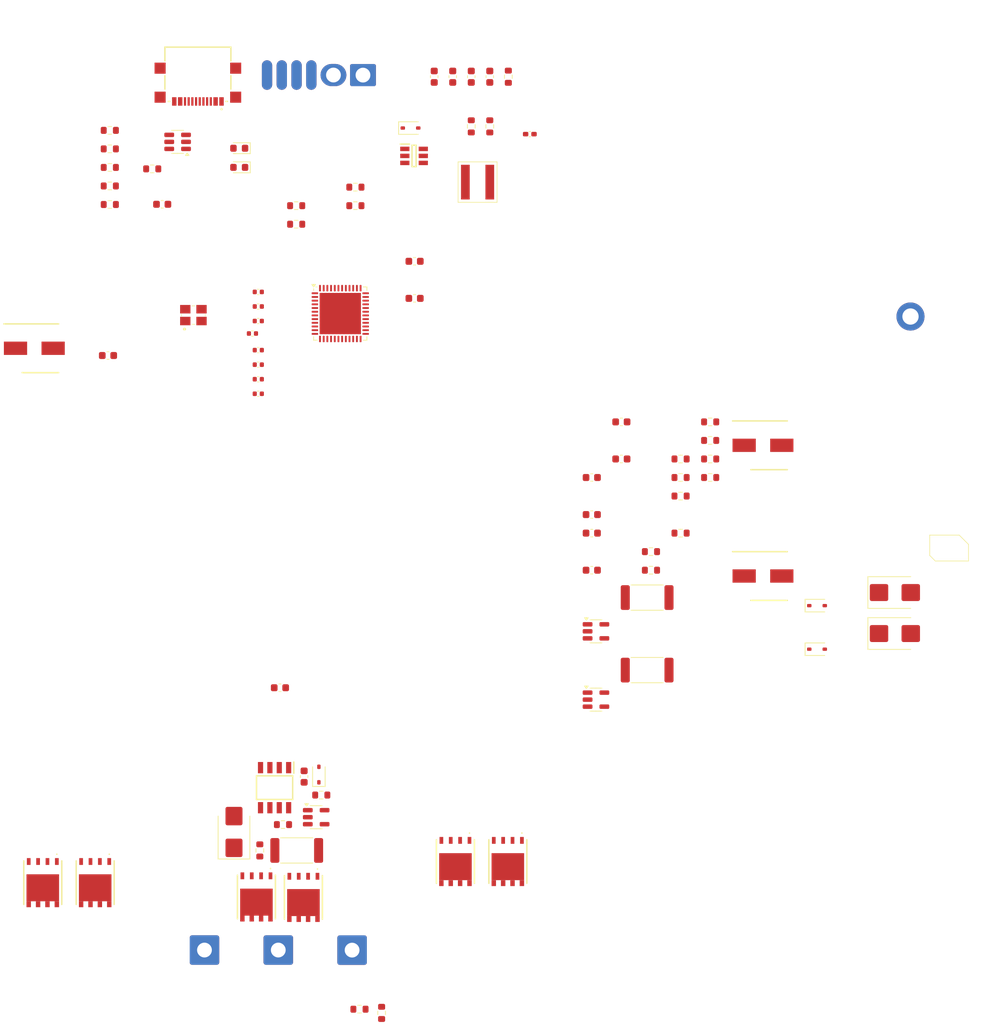
<source format=kicad_pcb>
(kicad_pcb (version 20241229) (generator "pcbnew") (generator_version "9.0")
  (layers (0 "F.Cu" signal) (2 "B.Cu" signal) (13 "F.Paste" user) (15 "B.Paste" user) (5 "F.SilkS" user "F.Silkscreen") (7 "B.SilkS" user "B.Silkscreen") (1 "F.Mask" user) (3 "B.Mask" user) (25 "Edge.Cuts" user))
  (net 0 "")
  (net 1 "GND")
  (net 2 "/V_Bat_raw")
  (net 3 "/Duty_in")
  (net 4 "/I2C1_CL")
  (net 5 "/I2C1_SDA")
  (net 6 "+3V3")
  (net 7 "Net-(C5-Pad1)")
  (net 8 "/Phase_A")
  (net 9 "/Phase_C")
  (net 10 "/Phase_B")
  (net 11 "/RCC_OSC_OUT")
  (net 12 "/RCC_OSC_IN")
  (net 13 "V_Bat")
  (net 14 "/VB_A")
  (net 15 "Net-(IC1-VS)")
  (net 16 "Net-(IC2-VS)")
  (net 17 "/VB_B")
  (net 18 "/VB_C")
  (net 19 "Net-(IC3-VS)")
  (net 20 "/VISENSE_A")
  (net 21 "/VISENSE_B")
  (net 22 "/VISENSE_C")
  (net 23 "/SW")
  (net 24 "/CB")
  (net 25 "/OUT_buck")
  (net 26 "Net-(SW1-A)")
  (net 27 "Net-(SW2-A)")
  (net 28 "Net-(D1-K)")
  (net 29 "Net-(D2-K)")
  (net 30 "+5V_USB")
  (net 31 "Net-(IC1-LO)")
  (net 32 "Net-(IC1-HO)")
  (net 33 "/Hi_A")
  (net 34 "/LO_A")
  (net 35 "/LO_B")
  (net 36 "Net-(IC2-HO)")
  (net 37 "Net-(IC2-LO)")
  (net 38 "/Hi_B")
  (net 39 "Net-(IC3-LO)")
  (net 40 "/HI_C")
  (net 41 "Net-(IC3-HO)")
  (net 42 "/LO_C")
  (net 43 "/FB")
  (net 44 "Net-(J1-D--PadA7)")
  (net 45 "Net-(J1-CC2)")
  (net 46 "Net-(J1-D+-PadA6)")
  (net 47 "Net-(J1-CC1)")
  (net 48 "/pGate_A")
  (net 49 "Net-(Q1-S)")
  (net 50 "/nGate_A")
  (net 51 "/nGate_B")
  (net 52 "Net-(Q4-S)")
  (net 53 "/pGate_B")
  (net 54 "/nGate_C")
  (net 55 "Net-(Q6-S)")
  (net 56 "/pGate_C")
  (net 57 "/V_Bat_Div")
  (net 58 "Net-(R18-Pad2)")
  (net 59 "Net-(R19-Pad2)")
  (net 60 "Net-(R20-Pad2)")
  (net 61 "/VV_SENSE_B")
  (net 62 "/VV_SENSE_C")
  (net 63 "/VV_SENSE_A")
  (net 64 "/USB_D-")
  (net 71 "/SWCLK")
  (net 72 "/SWDIO")
  (net 76 "/USB_D+")
  (footprint "Resistor_SMD:R_2512_6332Metric" (layer "F.Cu") (at 51.5 128.5)
    (property "Reference" "R16" (hide yes))
    (property "Value" "2mOhm")
    (pad "1" smd roundrect (at -2.9625 0) (size 1.225 3.35) (layers "F.Cu" "F.Mask" "F.Paste") (roundrect_rratio 0.204082) (net 52 "Net-(Q4-S)"))
    (pad "2" smd roundrect (at 2.9625 0) (size 1.225 3.35) (layers "F.Cu" "F.Mask" "F.Paste") (roundrect_rratio 0.204082) (net 1 "GND"))
  )
  (footprint "Capacitor_SMD:C_0603_1608Metric" (layer "F.Cu") (at 70.125 23.725 90)
    (property "Reference" "C24" (hide yes))
    (property "Value" "2.2u / 2xV_bat")
    (pad "1" smd roundrect (at -0.775 0 90) (size 0.9 0.95) (layers "F.Cu" "F.Mask" "F.Paste") (net 1 "GND"))
    (pad "2" smd roundrect (at 0.775 0 90) (size 0.9 0.95) (layers "F.Cu" "F.Mask" "F.Paste") (net 13 "V_Bat"))
  )
  (footprint "ESC_footrpints:ABM8W480000MHZ6D1XT3" (layer "F.Cu") (at 37.5 56.322)
    (property "Reference" "Y1" (hide yes))
    (property "Value" "Crystal_GND24_Small" (hide yes))
    (pad "1" smd rect (at -1.1 0.488 90) (size 1.15 1.4) (layers "F.Cu" "F.Mask" "F.Paste") (net 12 "/RCC_OSC_IN"))
    (pad "2" smd rect (at 1.1 0.488 90) (size 1.15 1.4) (layers "F.Cu" "F.Mask" "F.Paste") (net 1 "GND"))
    (pad "3" smd rect (at 1.1 -1.113 90) (size 1.15 1.4) (layers "F.Cu" "F.Mask" "F.Paste") (net 11 "/RCC_OSC_OUT"))
    (pad "4" smd rect (at -1.1 -1.113 90) (size 1.15 1.4) (layers "F.Cu" "F.Mask" "F.Paste") (net 1 "GND"))
  )
  (footprint "Resistor_SMD:R_0603_1608Metric" (layer "F.Cu") (at 26.175 30.99 180)
    (property "Reference" "R6" (hide yes))
    (property "Value" "1k")
    (pad "1" smd roundrect (at -0.825 0 180) (size 0.8 0.95) (layers "F.Cu" "F.Mask" "F.Paste") (net 1 "GND"))
    (pad "2" smd roundrect (at 0.825 0 180) (size 0.8 0.95) (layers "F.Cu" "F.Mask" "F.Paste") (net 29 "Net-(D2-K)"))
  )
  (footprint "ESC_footrpints:BSC054N04NSGATMA1" (layer "F.Cu") (at 73 130 180)
    (property "Reference" "Q2" (hide yes))
    (property "Value" "N-MOS IRFH8318TRPBF" (hide yes))
    (pad "1" smd rect (at -1.905 2.863 180) (size 0.5 0.925) (layers "F.Cu" "F.Mask" "F.Paste") (net 8 "/Phase_A"))
    (pad "1" smd rect (at -0.635 2.863 180) (size 0.5 0.925) (layers "F.Cu" "F.Mask" "F.Paste") (net 8 "/Phase_A"))
    (pad "1" smd rect (at 0.635 2.863 180) (size 0.5 0.925) (layers "F.Cu" "F.Mask" "F.Paste") (net 8 "/Phase_A"))
    (pad "2" smd rect (at 1.905 2.863 180) (size 0.5 0.925) (layers "F.Cu" "F.Mask" "F.Paste") (net 50 "/nGate_A"))
    (pad "3" smd rect (at -1.905 -2.925 180) (size 0.6 0.8) (layers "F.Cu" "F.Mask" "F.Paste") (net 13 "V_Bat"))
    (pad "3" smd rect (at -0.635 -2.925 180) (size 0.6 0.8) (layers "F.Cu" "F.Mask" "F.Paste") (net 13 "V_Bat"))
    (pad "3" smd rect (at 0 -0.698 270) (size 3.655 4.41) (layers "F.Cu" "F.Mask" "F.Paste") (net 13 "V_Bat"))
    (pad "3" smd rect (at 0.635 -2.925 180) (size 0.6 0.8) (layers "F.Cu" "F.Mask" "F.Paste") (net 13 "V_Bat"))
    (pad "3" smd rect (at 1.905 -2.925 180) (size 0.6 0.8) (layers "F.Cu" "F.Mask" "F.Paste") (net 13 "V_Bat"))
  )
  (footprint "Capacitor_SMD:C_0603_1608Metric" (layer "F.Cu") (at 77.655 23.725 90)
    (property "Reference" "C28" (hide yes))
    (property "Value" "22u/6.6V")
    (pad "1" smd roundrect (at -0.775 0 90) (size 0.9 0.95) (layers "F.Cu" "F.Mask" "F.Paste") (net 1 "GND"))
    (pad "2" smd roundrect (at 0.775 0 90) (size 0.9 0.95) (layers "F.Cu" "F.Mask" "F.Paste") (net 25 "/OUT_buck"))
  )
  (footprint "Resistor_SMD:R_0603_1608Metric" (layer "F.Cu") (at 59.445 41.19 180)
    (property "Reference" "R7" (hide yes))
    (property "Value" "5.1k")
    (pad "1" smd roundrect (at -0.825 0 180) (size 0.8 0.95) (layers "F.Cu" "F.Mask" "F.Paste") (net 57 "/V_Bat_Div"))
    (pad "2" smd roundrect (at 0.825 0 180) (size 0.8 0.95) (layers "F.Cu" "F.Mask" "F.Paste") (net 13 "V_Bat"))
  )
  (footprint "Package_TO_SOT_SMD:SOT-23-5" (layer "F.Cu") (at 54.135 124)
    (property "Reference" "U5" (hide yes))
    (property "Value" "INA180A3")
    (pad "1" smd roundrect (at -1.1375 -0.95) (size 1.325 0.6) (layers "F.Cu" "F.Mask" "F.Paste") (net 59 "Net-(R19-Pad2)"))
    (pad "2" smd roundrect (at -1.1375 0) (size 1.325 0.6) (layers "F.Cu" "F.Mask" "F.Paste") (net 1 "GND"))
    (pad "3" smd roundrect (at -1.1375 0.95) (size 1.325 0.6) (layers "F.Cu" "F.Mask" "F.Paste") (net 52 "Net-(Q4-S)"))
    (pad "4" smd roundrect (at 1.1375 0.95) (size 1.325 0.6) (layers "F.Cu" "F.Mask" "F.Paste") (net 1 "GND"))
    (pad "5" smd roundrect (at 1.1375 -0.95) (size 1.325 0.6) (layers "F.Cu" "F.Mask" "F.Paste") (net 6 "+3V3"))
  )
  (footprint "LED_SMD:LED_0603_1608Metric" (layer "F.Cu") (at 43.7125 36 180)
    (property "Reference" "D1" (hide yes))
    (property "Value" "LED_Small")
    (pad "1" smd roundrect (at -0.7875 0 180) (size 0.875 0.95) (layers "F.Cu" "F.Mask" "F.Paste") (net 28 "Net-(D1-K)"))
    (pad "2" smd roundrect (at 0.7875 0 180) (size 0.875 0.95) (layers "F.Cu" "F.Mask" "F.Paste") (net 13 "V_Bat"))
  )
  (footprint "Resistor_SMD:R_0603_1608Metric" (layer "F.Cu") (at 60 150 180)
    (property "Reference" "R21" (hide yes))
    (property "Value" "5.1k")
    (pad "1" smd roundrect (at -0.825 0 180) (size 0.8 0.95) (layers "F.Cu" "F.Mask" "F.Paste") (net 61 "/VV_SENSE_B"))
    (pad "2" smd roundrect (at 0.825 0 180) (size 0.8 0.95) (layers "F.Cu" "F.Mask" "F.Paste") (net 10 "/Phase_B"))
  )
  (footprint "Capacitor_SMD:C_0603_1608Metric" (layer "F.Cu") (at 67.465 48.72 180)
    (property "Reference" "C8" (hide yes))
    (property "Value" "1u")
    (pad "1" smd roundrect (at -0.775 0 180) (size 0.9 0.95) (layers "F.Cu" "F.Mask" "F.Paste") (net 1 "GND"))
    (pad "2" smd roundrect (at 0.775 0 180) (size 0.9 0.95) (layers "F.Cu" "F.Mask" "F.Paste") (net 6 "+3V3"))
  )
  (footprint "Capacitor_SMD:C_0402_1005Metric" (layer "F.Cu") (at 46.29 60.75)
    (property "Reference" "C10" (hide yes))
    (property "Value" "12p")
    (pad "1" smd roundrect (at -0.48 0) (size 0.56 0.62) (layers "F.Cu" "F.Mask" "F.Paste") (net 1 "GND"))
    (pad "2" smd roundrect (at 0.48 0) (size 0.56 0.62) (layers "F.Cu" "F.Mask" "F.Paste") (net 11 "/RCC_OSC_OUT"))
  )
  (footprint "Resistor_SMD:R_0603_1608Metric" (layer "F.Cu") (at 54.825 121 180)
    (property "Reference" "R19" (hide yes))
    (property "Value" "1k")
    (pad "1" smd roundrect (at -0.825 0 180) (size 0.8 0.95) (layers "F.Cu" "F.Mask" "F.Paste") (net 21 "/VISENSE_B"))
    (pad "2" smd roundrect (at 0.825 0 180) (size 0.8 0.95) (layers "F.Cu" "F.Mask" "F.Paste") (net 59 "Net-(R19-Pad2)"))
  )
  (footprint "Diode_SMD:D_SMB" (layer "F.Cu") (at 132.535 99.13)
    (property "Reference" "D8" (hide yes))
    (property "Value" "SMBJP6KE22A-TP")
    (pad "1" smd roundrect (at -2.15 0) (size 2.5 2.3) (layers "F.Cu" "F.Mask" "F.Paste") (roundrect_rratio 0.1086956522) (net 8 "/Phase_A"))
    (pad "2" smd roundrect (at 2.15 0) (size 2.5 2.3) (layers "F.Cu" "F.Mask" "F.Paste") (roundrect_rratio 0.1086956522) (net 1 "GND"))
  )
  (footprint "Resistor_SMD:R_0603_1608Metric" (layer "F.Cu") (at 59.445 38.68 180)
    (property "Reference" "R8" (hide yes))
    (property "Value" "1k")
    (pad "1" smd roundrect (at -0.825 0 180) (size 0.8 0.95) (layers "F.Cu" "F.Mask" "F.Paste") (net 1 "GND"))
    (pad "2" smd roundrect (at 0.825 0 180) (size 0.8 0.95) (layers "F.Cu" "F.Mask" "F.Paste") (net 57 "/V_Bat_Div"))
  )
  (footprint "Capacitor_SMD:C_0603_1608Metric" (layer "F.Cu") (at 67.465 53.74 180)
    (property "Reference" "C2" (hide yes))
    (property "Value" "4.7u")
    (pad "1" smd roundrect (at -0.775 0 180) (size 0.9 0.95) (layers "F.Cu" "F.Mask" "F.Paste") (net 1 "GND"))
    (pad "2" smd roundrect (at 0.775 0 180) (size 0.9 0.95) (layers "F.Cu" "F.Mask" "F.Paste") (net 6 "+3V3"))
  )
  (footprint "Capacitor_SMD:C_0402_1005Metric" (layer "F.Cu") (at 46.29 56.81)
    (property "Reference" "C6" (hide yes))
    (property "Value" "100n")
    (pad "1" smd roundrect (at -0.48 0) (size 0.56 0.62) (layers "F.Cu" "F.Mask" "F.Paste") (net 1 "GND"))
    (pad "2" smd roundrect (at 0.48 0) (size 0.56 0.62) (layers "F.Cu" "F.Mask" "F.Paste") (net 6 "+3V3"))
  )
  (footprint "MountingHole:MountingHole_2.2mm_M2" (layer "F.Cu") (at 129 56.5)
    (property "Reference" "H2" (hide yes))
    (property "Value" "MountingHole")
    (pad "" np_thru_hole circle (at 0 0) (size 2.2 2.2) (drill 2.2) (layers "*.Cu" "*.Mask"))
  )
  (footprint "Capacitor_SMD:C_0603_1608Metric" (layer "F.Cu") (at 91.47 85.53)
    (property "Reference" "C15" (hide yes))
    (property "Value" "1u")
    (pad "1" smd roundrect (at -0.775 0) (size 0.9 0.95) (layers "F.Cu" "F.Mask" "F.Paste") (net 15 "Net-(IC1-VS)"))
    (pad "2" smd roundrect (at 0.775 0) (size 0.9 0.95) (layers "F.Cu" "F.Mask" "F.Paste") (net 14 "/VB_A"))
  )
  (footprint "Capacitor_SMD:C_0402_1005Metric_Pad0.74x0.62mm_HandSolder" (layer "F.Cu") (at 83.0775 31.5)
    (property "Reference" "C25" (hide yes))
    (property "Value" "100n /2x V_bat")
    (pad "1" smd roundrect (at -0.5675 0) (size 0.735 0.62) (layers "F.Cu" "F.Mask" "F.Paste") (net 1 "GND"))
    (pad "2" smd roundrect (at 0.5675 0) (size 0.735 0.62) (layers "F.Cu" "F.Mask" "F.Paste") (net 13 "V_Bat"))
  )
  (footprint "Diode_SMD:D_SOD-323" (layer "F.Cu") (at 121.985 101.25)
    (property "Reference" "D5" (hide yes))
    (property "Value" "1N5819WS")
    (pad "1" smd roundrect (at -1.05 0) (size 0.6 0.45) (layers "F.Cu" "F.Mask" "F.Paste") (net 18 "/VB_C"))
    (pad "2" smd roundrect (at 1.05 0) (size 0.6 0.45) (layers "F.Cu" "F.Mask" "F.Paste") (net 13 "V_Bat"))
  )
  (footprint "Resistor_SMD:R_2512_6332Metric" (layer "F.Cu") (at 98.97 94.26)
    (property "Reference" "R15" (hide yes))
    (property "Value" "2mOhm")
    (pad "1" smd roundrect (at -2.9625 0) (size 1.225 3.35) (layers "F.Cu" "F.Mask" "F.Paste") (roundrect_rratio 0.204082) (net 49 "Net-(Q1-S)"))
    (pad "2" smd roundrect (at 2.9625 0) (size 1.225 3.35) (layers "F.Cu" "F.Mask" "F.Paste") (roundrect_rratio 0.204082) (net 1 "GND"))
  )
  (footprint "ESC_footrpints:BSC054N04NSGATMA1" (layer "F.Cu") (at 52.405 134.863 180)
    (property "Reference" "Q3" (hide yes))
    (property "Value" "N-MOS IRFH8318TRPBF" (hide yes))
    (pad "1" smd rect (at -1.905 2.863 180) (size 0.5 0.925) (layers "F.Cu" "F.Mask" "F.Paste") (net 10 "/Phase_B"))
    (pad "1" smd rect (at -0.635 2.863 180) (size 0.5 0.925) (layers "F.Cu" "F.Mask" "F.Paste") (net 10 "/Phase_B"))
    (pad "1" smd rect (at 0.635 2.863 180) (size 0.5 0.925) (layers "F.Cu" "F.Mask" "F.Paste") (net 10 "/Phase_B"))
    (pad "2" smd rect (at 1.905 2.863 180) (size 0.5 0.925) (layers "F.Cu" "F.Mask" "F.Paste") (net 51 "/nGate_B"))
    (pad "3" smd rect (at -1.905 -2.925 180) (size 0.6 0.8) (layers "F.Cu" "F.Mask" "F.Paste") (net 13 "V_Bat"))
    (pad "3" smd rect (at -0.635 -2.925 180) (size 0.6 0.8) (layers "F.Cu" "F.Mask" "F.Paste") (net 13 "V_Bat"))
    (pad "3" smd rect (at 0 -0.698 270) (size 3.655 4.41) (layers "F.Cu" "F.Mask" "F.Paste") (net 13 "V_Bat"))
    (pad "3" smd rect (at 0.635 -2.925 180) (size 0.6 0.8) (layers "F.Cu" "F.Mask" "F.Paste") (net 13 "V_Bat"))
    (pad "3" smd rect (at 1.905 -2.925 180) (size 0.6 0.8) (layers "F.Cu" "F.Mask" "F.Paste") (net 13 "V_Bat"))
  )
  (footprint "Resistor_SMD:R_0603_1608Metric" (layer "F.Cu") (at 49.635 125)
    (property "Reference" "R11" (hide yes))
    (property "Value" "100")
    (pad "1" smd roundrect (at -0.825 0) (size 0.8 0.95) (layers "F.Cu" "F.Mask" "F.Paste") (net 36 "Net-(IC2-HO)"))
    (pad "2" smd roundrect (at 0.825 0) (size 0.8 0.95) (layers "F.Cu" "F.Mask" "F.Paste") (net 51 "/nGate_B"))
  )
  (footprint "Resistor_SMD:R_0603_1608Metric" (layer "F.Cu") (at 107.51 70.47)
    (property "Reference" "R23" (hide yes))
    (property "Value" "5.1k")
    (pad "1" smd roundrect (at -0.825 0) (size 0.8 0.95) (layers "F.Cu" "F.Mask" "F.Paste") (net 62 "/VV_SENSE_C"))
    (pad "2" smd roundrect (at 0.825 0) (size 0.8 0.95) (layers "F.Cu" "F.Mask" "F.Paste") (net 9 "/Phase_C"))
  )
  (footprint "Resistor_SMD:R_0603_1608Metric" (layer "F.Cu") (at 75.145 30.45 90)
    (property "Reference" "R_FBB1" (hide yes))
    (property "Value" "22k1 %1")
    (pad "1" smd roundrect (at -0.825 0 90) (size 0.8 0.95) (layers "F.Cu" "F.Mask" "F.Paste") (net 1 "GND"))
    (pad "2" smd roundrect (at 0.825 0 90) (size 0.8 0.95) (layers "F.Cu" "F.Mask" "F.Paste") (net 43 "/FB"))
  )
  (footprint "ESC_footrpints:ESC_LOGO" (layer "F.Cu") (at 143.755 92.055)
    (property "Reference" "U3" (hide yes))
    (property "Value" "~")
  )
  (footprint "ESC_footrpints:CAPAE660X550N" (layer "F.Cu") (at 15.95 60.5)
    (property "Reference" "C19" (hide yes))
    (property "Value" "47u" (hide yes))
    (pad "1" smd rect (at -2.55 0 90) (size 1.8 3.15) (layers "F.Cu" "F.Mask" "F.Paste") (net 13 "V_Bat"))
    (pad "2" smd rect (at 2.55 0 90) (size 1.8 3.15) (layers "F.Cu" "F.Mask" "F.Paste") (net 1 "GND"))
  )
  (footprint "Resistor_SMD:R_0603_1608Metric" (layer "F.Cu") (at 103.5 78)
    (property "Reference" "R14" (hide yes))
    (property "Value" "100")
    (pad "1" smd roundrect (at -0.825 0) (size 0.8 0.95) (layers "F.Cu" "F.Mask" "F.Paste") (net 39 "Net-(IC3-LO)"))
    (pad "2" smd roundrect (at 0.825 0) (size 0.8 0.95) (layers "F.Cu" "F.Mask" "F.Paste") (net 56 "/pGate_C"))
  )
  (footprint "Resistor_SMD:R_0603_1608Metric" (layer "F.Cu") (at 99.49 88.04)
    (property "Reference" "R9" (hide yes))
    (property "Value" "100")
    (pad "1" smd roundrect (at -0.825 0) (size 0.8 0.95) (layers "F.Cu" "F.Mask" "F.Paste") (net 32 "Net-(IC1-HO)"))
    (pad "2" smd roundrect (at 0.825 0) (size 0.8 0.95) (layers "F.Cu" "F.Mask" "F.Paste") (net 50 "/nGate_A"))
  )
  (footprint "Package_DFN_QFN:QFN-48-1EP_7x7mm_P0.5mm_EP5.6x5.6mm" (layer "F.Cu") (at 57.4 55.8)
    (property "Reference" "U1" (hide yes))
    (property "Value" "STM32L412CBU6")
    (pad "1" smd roundrect (at -3.4375 -2.75) (size 0.875 0.25) (layers "F.Cu" "F.Mask" "F.Paste") (net 6 "+3V3"))
    (pad "2" smd roundrect (at -3.4375 -2.25) (size 0.875 0.25) (layers "F.Cu" "F.Mask" "F.Paste"))
    (pad "3" smd roundrect (at -3.4375 -1.75) (size 0.875 0.25) (layers "F.Cu" "F.Mask" "F.Paste"))
    (pad "4" smd roundrect (at -3.4375 -1.25) (size 0.875 0.25) (layers "F.Cu" "F.Mask" "F.Paste"))
    (pad "5" smd roundrect (at -3.4375 -0.75) (size 0.875 0.25) (layers "F.Cu" "F.Mask" "F.Paste") (net 12 "/RCC_OSC_IN"))
    (pad "6" smd roundrect (at -3.4375 -0.25) (size 0.875 0.25) (layers "F.Cu" "F.Mask" "F.Paste") (net 11 "/RCC_OSC_OUT"))
    (pad "7" smd roundrect (at -3.4375 0.25) (size 0.875 0.25) (layers "F.Cu" "F.Mask" "F.Paste") (net 27 "Net-(SW2-A)"))
    (pad "8" smd roundrect (at -3.4375 0.75) (size 0.875 0.25) (layers "F.Cu" "F.Mask" "F.Paste") (net 1 "GND"))
    (pad "9" smd roundrect (at -3.4375 1.25) (size 0.875 0.25) (layers "F.Cu" "F.Mask" "F.Paste") (net 6 "+3V3"))
    (pad "10" smd roundrect (at -3.4375 1.75) (size 0.875 0.25) (layers "F.Cu" "F.Mask" "F.Paste") (net 62 "/VV_SENSE_C"))
    (pad "11" smd roundrect (at -3.4375 2.25) (size 0.875 0.25) (layers "F.Cu" "F.Mask" "F.Paste") (net 22 "/VISENSE_C"))
    (pad "12" smd roundrect (at -3.4375 2.75) (size 0.875 0.25) (layers "F.Cu" "F.Mask" "F.Paste") (net 61 "/VV_SENSE_B"))
    (pad "13" smd roundrect (at -2.75 3.4375) (size 0.25 0.875) (layers "F.Cu" "F.Mask" "F.Paste") (net 21 "/VISENSE_B"))
    (pad "14" smd roundrect (at -2.25 3.4375) (size 0.25 0.875) (layers "F.Cu" "F.Mask" "F.Paste") (net 63 "/VV_SENSE_A"))
    (pad "15" smd roundrect (at -1.75 3.4375) (size 0.25 0.875) (layers "F.Cu" "F.Mask" "F.Paste") (net 20 "/VISENSE_A"))
    (pad "16" smd roundrect (at -1.25 3.4375) (size 0.25 0.875) (layers "F.Cu" "F.Mask" "F.Paste") (net 57 "/V_Bat_Div"))
    (pad "17" smd roundrect (at -0.75 3.4375) (size 0.25 0.875) (layers "F.Cu" "F.Mask" "F.Paste") (net 34 "/LO_A"))
    (pad "18" smd roundrect (at -0.25 3.4375) (size 0.25 0.875) (layers "F.Cu" "F.Mask" "F.Paste") (net 35 "/LO_B"))
    (pad "19" smd roundrect (at 0.25 3.4375) (size 0.25 0.875) (layers "F.Cu" "F.Mask" "F.Paste") (net 42 "/LO_C"))
    (pad "20" smd roundrect (at 0.75 3.4375) (size 0.25 0.875) (layers "F.Cu" "F.Mask" "F.Paste"))
    (pad "21" smd roundrect (at 1.25 3.4375) (size 0.25 0.875) (layers "F.Cu" "F.Mask" "F.Paste"))
    (pad "22" smd roundrect (at 1.75 3.4375) (size 0.25 0.875) (layers "F.Cu" "F.Mask" "F.Paste"))
    (pad "23" smd roundrect (at 2.25 3.4375) (size 0.25 0.875) (layers "F.Cu" "F.Mask" "F.Paste") (net 1 "GND"))
    (pad "24" smd roundrect (at 2.75 3.4375) (size 0.25 0.875) (layers "F.Cu" "F.Mask" "F.Paste") (net 6 "+3V3"))
    (pad "25" smd roundrect (at 3.4375 2.75) (size 0.875 0.25) (layers "F.Cu" "F.Mask" "F.Paste"))
    (pad "26" smd roundrect (at 3.4375 2.25) (size 0.875 0.25) (layers "F.Cu" "F.Mask" "F.Paste"))
    (pad "27" smd roundrect (at 3.4375 1.75) (size 0.875 0.25) (layers "F.Cu" "F.Mask" "F.Paste"))
    (pad "28" smd roundrect (at 3.4375 1.25) (size 0.875 0.25) (layers "F.Cu" "F.Mask" "F.Paste"))
    (pad "29" smd roundrect (at 3.4375 0.75) (size 0.875 0.25) (layers "F.Cu" "F.Mask" "F.Paste") (net 33 "/Hi_A"))
    (pad "30" smd roundrect (at 3.4375 0.25) (size 0.875 0.25) (layers "F.Cu" "F.Mask" "F.Paste") (net 38 "/Hi_B"))
    (pad "31" smd roundrect (at 3.4375 -0.25) (size 0.875 0.25) (layers "F.Cu" "F.Mask" "F.Paste") (net 40 "/HI_C"))
    (pad "32" smd roundrect (at 3.4375 -0.75) (size 0.875 0.25) (layers "F.Cu" "F.Mask" "F.Paste") (net 64 "/USB_D-"))
    (pad "33" smd roundrect (at 3.4375 -1.25) (size 0.875 0.25) (layers "F.Cu" "F.Mask" "F.Paste") (net 76 "/USB_D+"))
    (pad "34" smd roundrect (at 3.4375 -1.75) (size 0.875 0.25) (layers "F.Cu" "F.Mask" "F.Paste") (net 72 "/SWDIO"))
    (pad "35" smd roundrect (at 3.4375 -2.25) (size 0.875 0.25) (layers "F.Cu" "F.Mask" "F.Paste") (net 1 "GND"))
    (pad "36" smd roundrect (at 3.4375 -2.75) (size 0.875 0.25) (layers "F.Cu" "F.Mask" "F.Paste") (net 6 "+3V3"))
    (pad "37" smd roundrect (at 2.75 -3.4375) (size 0.25 0.875) (layers "F.Cu" "F.Mask" "F.Paste") (net 71 "/SWCLK"))
    (pad "38" smd roundrect (at 2.25 -3.4375) (size 0.25 0.875) (layers "F.Cu" "F.Mask" "F.Paste"))
    (pad "39" smd roundrect (at 1.75 -3.4375) (size 0.25 0.875) (layers "F.Cu" "F.Mask" "F.Paste") (net 3 "/Duty_in"))
    (pad "40" smd roundrect (at 1.25 -3.4375) (size 0.25 0.875) (layers "F.Cu" "F.Mask" "F.Paste"))
    (pad "41" smd roundrect (at 0.75 -3.4375) (size 0.25 0.875) (layers "F.Cu" "F.Mask" "F.Paste"))
    (pad "42" smd roundrect (at 0.25 -3.4375) (size 0.25 0.875) (layers "F.Cu" "F.Mask" "F.Paste"))
    (pad "43" smd roundrect (at -0.25 -3.4375) (size 0.25 0.875) (layers "F.Cu" "F.Mask" "F.Paste"))
    (pad "44" smd roundrect (at -0.75 -3.4375) (size 0.25 0.875) (layers "F.Cu" "F.Mask" "F.Paste") (net 26 "Net-(SW1-A)"))
    (pad "45" smd roundrect (at -1.25 -3.4375) (size 0.25 0.875) (layers "F.Cu" "F.Mask" "F.Paste") (net 4 "/I2C1_CL"))
    (pad "46" smd roundrect (at -1.75 -3.4375) (size 0.25 0.875) (layers "F.Cu" "F.Mask" "F.Paste") (net 5 "/I2C1_SDA"))
    (pad "47" smd roundrect (at -2.25 -3.4375) (size 0.25 0.875) (layers "F.Cu" "F.Mask" "F.Paste") (net 1 "GND"))
    (pad "48" smd roundrect (at -2.75 -3.4375) (size 0.25 0.875) (layers "F.Cu" "F.Mask" "F.Paste") (net 6 "+3V3"))
    (pad "49" smd rect (at 0 0) (size 5.6 5.6) (property pad_prop_heatsink) (layers "F.Cu" "F.Mask") (net 1 "GND"))
  )
  (footprint "Diode_SMD:D_SOD-323" (layer "F.Cu") (at 121.985 95.35)
    (property "Reference" "D3" (hide yes))
    (property "Value" "1N5819WS")
    (pad "1" smd roundrect (at -1.05 0) (size 0.6 0.45) (layers "F.Cu" "F.Mask" "F.Paste") (net 14 "/VB_A"))
    (pad "2" smd roundrect (at 1.05 0) (size 0.6 0.45) (layers "F.Cu" "F.Mask" "F.Paste") (net 13 "V_Bat"))
  )
  (footprint "Capacitor_SMD:C_0603_1608Metric" (layer "F.Cu") (at 75.145 23.725 90)
    (property "Reference" "C27" (hide yes))
    (property "Value" "22u/6.6V")
    (pad "1" smd roundrect (at -0.775 0 90) (size 0.9 0.95) (layers "F.Cu" "F.Mask" "F.Paste") (net 1 "GND"))
    (pad "2" smd roundrect (at 0.775 0 90) (size 0.9 0.95) (layers "F.Cu" "F.Mask" "F.Paste") (net 25 "/OUT_buck"))
  )
  (footprint "ESC_footrpints:BSC054N04NSGATMA1" (layer "F.Cu") (at 80.1 130 180)
    (property "Reference" "Q1" (hide yes))
    (property "Value" "N-MOS IRFH8318TRPBF" (hide yes))
    (pad "1" smd rect (at -1.905 2.863 180) (size 0.5 0.925) (layers "F.Cu" "F.Mask" "F.Paste") (net 49 "Net-(Q1-S)"))
    (pad "1" smd rect (at -0.635 2.863 180) (size 0.5 0.925) (layers "F.Cu" "F.Mask" "F.Paste") (net 49 "Net-(Q1-S)"))
    (pad "1" smd rect (at 0.635 2.863 180) (size 0.5 0.925) (layers "F.Cu" "F.Mask" "F.Paste") (net 49 "Net-(Q1-S)"))
    (pad "2" smd rect (at 1.905 2.863 180) (size 0.5 0.925) (layers "F.Cu" "F.Mask" "F.Paste") (net 48 "/pGate_A"))
    (pad "3" smd rect (at -1.905 -2.925 180) (size 0.6 0.8) (layers "F.Cu" "F.Mask" "F.Paste") (net 8 "/Phase_A"))
    (pad "3" smd rect (at -0.635 -2.925 180) (size 0.6 0.8) (layers "F.Cu" "F.Mask" "F.Paste") (net 8 "/Phase_A"))
    (pad "3" smd rect (at 0 -0.698 270) (size 3.655 4.41) (layers "F.Cu" "F.Mask" "F.Paste") (net 8 "/Phase_A"))
    (pad "3" smd rect (at 0.635 -2.925 180) (size 0.6 0.8) (layers "F.Cu" "F.Mask" "F.Paste") (net 8 "/Phase_A"))
    (pad "3" smd rect (at 1.905 -2.925 180) (size 0.6 0.8) (layers "F.Cu" "F.Mask" "F.Paste") (net 8 "/Phase_A"))
  )
  (footprint "Capacitor_SMD:C_0603_1608Metric" (layer "F.Cu") (at 95.48 70.47)
    (property "Reference" "C21" (hide yes))
    (property "Value" "1n")
    (pad "1" smd roundrect (at -0.775 0) (size 0.9 0.95) (layers "F.Cu" "F.Mask" "F.Paste") (net 1 "GND"))
    (pad "2" smd roundrect (at 0.775 0) (size 0.9 0.95) (layers "F.Cu" "F.Mask" "F.Paste") (net 20 "/VISENSE_A"))
  )
  (footprint "Capacitor_SMD:C_0603_1608Metric" (layer "F.Cu") (at 33.275 41 180)
    (property "Reference" "C5" (hide yes))
    (property "Value" "2.2u/40V")
    (pad "1" smd roundrect (at -0.775 0 180) (size 0.9 0.95) (layers "F.Cu" "F.Mask" "F.Paste") (net 7 "Net-(C5-Pad1)"))
    (pad "2" smd roundrect (at 0.775 0 180) (size 0.9 0.95) (layers "F.Cu" "F.Mask" "F.Paste") (net 2 "/V_Bat_raw"))
  )
  (footprint "Resistor_SMD:R_0603_1608Metric" (layer "F.Cu") (at 26.175 36.01 180)
    (property "Reference" "R4" (hide yes))
    (property "Value" "100k")
    (pad "1" smd roundrect (at -0.825 0 180) (size 0.8 0.95) (layers "F.Cu" "F.Mask" "F.Paste") (net 1 "GND"))
    (pad "2" smd roundrect (at 0.825 0 180) (size 0.8 0.95) (layers "F.Cu" "F.Mask" "F.Paste") (net 7 "Net-(C5-Pad1)"))
  )
  (footprint "Resistor_SMD:R_0603_1608Metric" (layer "F.Cu") (at 107.51 75.49)
    (property "Reference" "R25" (hide yes))
    (property "Value" "5.1k")
    (pad "1" smd roundrect (at -0.825 0) (size 0.8 0.95) (layers "F.Cu" "F.Mask" "F.Paste") (net 63 "/VV_SENSE_A"))
    (pad "2" smd roundrect (at 0.825 0) (size 0.8 0.95) (layers "F.Cu" "F.Mask" "F.Paste") (net 8 "/Phase_A"))
  )
  (footprint "Diode_SMD:D_SOD-323" (layer "F.Cu") (at 66.915 30.675)
    (property "Reference" "D9" (hide yes))
    (property "Value" "1N5819WS")
    (pad "1" smd roundrect (at -1.05 0) (size 0.6 0.45) (layers "F.Cu" "F.Mask" "F.Paste") (net 13 "V_Bat"))
    (pad "2" smd roundrect (at 1.05 0) (size 0.6 0.45) (layers "F.Cu" "F.Mask" "F.Paste") (net 30 "+5V_USB"))
  )
  (footprint "Capacitor_SMD:C_0402_1005Metric" (layer "F.Cu") (at 45.5 58.5)
    (property "Reference" "C7" (hide yes))
    (property "Value" "100n")
    (pad "1" smd roundrect (at -0.48 0) (size 0.56 0.62) (layers "F.Cu" "F.Mask" "F.Paste") (net 1 "GND"))
    (pad "2" smd roundrect (at 0.48 0) (size 0.56 0.62) (layers "F.Cu" "F.Mask" "F.Paste") (net 6 "+3V3"))
  )
  (footprint "Resistor_SMD:R_0603_1608Metric" (layer "F.Cu") (at 77.655 30.45 90)
    (property "Reference" "R_FBT1" (hide yes))
    (property "Value" "100k 1%")
    (pad "1" smd roundrect (at -0.825 0 90) (size 0.8 0.95) (layers "F.Cu" "F.Mask" "F.Paste") (net 43 "/FB"))
    (pad "2" smd roundrect (at 0.825 0 90) (size 0.8 0.95) (layers "F.Cu" "F.Mask" "F.Paste") (net 25 "/OUT_buck"))
  )
  (footprint "Resistor_SMD:R_0603_1608Metric" (layer "F.Cu") (at 103.5 85.53)
    (property "Reference" "R20" (hide yes))
    (property "Value" "1k")
    (pad "1" smd roundrect (at -0.825 0) (size 0.8 0.95) (layers "F.Cu" "F.Mask" "F.Paste") (net 22 "/VISENSE_C"))
    (pad "2" smd roundrect (at 0.825 0) (size 0.8 0.95) (layers "F.Cu" "F.Mask" "F.Paste") (net 60 "Net-(R20-Pad2)"))
  )
  (footprint "ESC_footrpints:BSC054N04NSGATMA1" (layer "F.Cu") (at 17.095 132.863 180)
    (property "Reference" "Q6" (hide yes))
    (property "Value" "N-MOS IRFH8318TRPBF" (hide yes))
    (pad "1" smd rect (at -1.905 2.863 180) (size 0.5 0.925) (layers "F.Cu" "F.Mask" "F.Paste") (net 55 "Net-(Q6-S)"))
    (pad "1" smd rect (at -0.635 2.863 180) (size 0.5 0.925) (layers "F.Cu" "F.Mask" "F.Paste") (net 55 "Net-(Q6-S)"))
    (pad "1" smd rect (at 0.635 2.863 180) (size 0.5 0.925) (layers "F.Cu" "F.Mask" "F.Paste") (net 55 "Net-(Q6-S)"))
    (pad "2" smd rect (at 1.905 2.863 180) (size 0.5 0.925) (layers "F.Cu" "F.Mask" "F.Paste") (net 56 "/pGate_C"))
    (pad "3" smd rect (at -1.905 -2.925 180) (size 0.6 0.8) (layers "F.Cu" "F.Mask" "F.Paste") (net 9 "/Phase_C"))
    (pad "3" smd rect (at -0.635 -2.925 180) (size 0.6 0.8) (layers "F.Cu" "F.Mask" "F.Paste") (net 9 "/Phase_C"))
    (pad "3" smd rect (at 0 -0.698 270) (size 3.655 4.41) (layers "F.Cu" "F.Mask" "F.Paste") (net 9 "/Phase_C"))
    (pad "3" smd rect (at 0.635 -2.925 180) (size 0.6 0.8) (layers "F.Cu" "F.Mask" "F.Paste") (net 9 "/Phase_C"))
    (pad "3" smd rect (at 1.905 -2.925 180) (size 0.6 0.8) (layers "F.Cu" "F.Mask" "F.Paste") (net 9 "/Phase_C"))
  )
  (footprint "Capacitor_SMD:C_0603_1608Metric" (layer "F.Cu") (at 25.93 61.48)
    (property "Reference" "C22" (hide yes))
    (property "Value" "1n")
    (pad "1" smd roundrect (at -0.775 0) (size 0.9 0.95) (layers "F.Cu" "F.Mask" "F.Paste") (net 1 "GND"))
    (pad "2" smd roundrect (at 0.775 0) (size 0.9 0.95) (layers "F.Cu" "F.Mask" "F.Paste") (net 21 "/VISENSE_B"))
  )
  (footprint "ESC_footrpints:BSC054N04NSGATMA1" (layer "F.Cu") (at 46.04 134.802 180)
    (property "Reference" "Q4" (hide yes))
    (property "Value" "N-MOS IRFH8318TRPBF" (hide yes))
    (pad "1" smd rect (at -1.905 2.863 180) (size 0.5 0.925) (layers "F.Cu" "F.Mask" "F.Paste") (net 52 "Net-(Q4-S)"))
    (pad "1" smd rect (at -0.635 2.863 180) (size 0.5 0.925) (layers "F.Cu" "F.Mask" "F.Paste") (net 52 "Net-(Q4-S)"))
    (pad "1" smd rect (at 0.635 2.863 180) (size 0.5 0.925) (layers "F.Cu" "F.Mask" "F.Paste") (net 52 "Net-(Q4-S)"))
    (pad "2" smd rect (at 1.905 2.863 180) (size 0.5 0.925) (layers "F.Cu" "F.Mask" "F.Paste") (net 53 "/pGate_B"))
    (pad "3" smd rect (at -1.905 -2.925 180) (size 0.6 0.8) (layers "F.Cu" "F.Mask" "F.Paste") (net 10 "/Phase_B"))
    (pad "3" smd rect (at -0.635 -2.925 180) (size 0.6 0.8) (layers "F.Cu" "F.Mask" "F.Paste") (net 10 "/Phase_B"))
    (pad "3" smd rect (at 0 -0.698 270) (size 3.655 4.41) (layers "F.Cu" "F.Mask" "F.Paste") (net 10 "/Phase_B"))
    (pad "3" smd rect (at 0.635 -2.925 180) (size 0.6 0.8) (layers "F.Cu" "F.Mask" "F.Paste") (net 10 "/Phase_B"))
    (pad "3" smd rect (at 1.905 -2.925 180) (size 0.6 0.8) (layers "F.Cu" "F.Mask" "F.Paste") (net 10 "/Phase_B"))
  )
  (footprint "ESC_footrpints:SOIC127P600X175-8N" (layer "F.Cu") (at 48.5 120 -90)
    (property "Reference" "IC2" (hide yes))
    (property "Value" "IR2103STRPBF" (hide yes))
    (pad "1" smd rect (at -2.712 -1.905) (size 0.7 1.525) (layers "F.Cu" "F.Mask" "F.Paste") (net 13 "V_Bat"))
    (pad "2" smd rect (at -2.712 -0.635) (size 0.7 1.525) (layers "F.Cu" "F.Mask" "F.Paste") (net 38 "/Hi_B"))
    (pad "3" smd rect (at -2.712 0.635) (size 0.7 1.525) (layers "F.Cu" "F.Mask" "F.Paste") (net 35 "/LO_B"))
    (pad "4" smd rect (at -2.712 1.905) (size 0.7 1.525) (layers "F.Cu" "F.Mask" "F.Paste") (net 1 "GND"))
    (pad "5" smd rect (at 2.712 1.905) (size 0.7 1.525) (layers "F.Cu" "F.Mask" "F.Paste") (net 37 "Net-(IC2-LO)"))
    (pad "6" smd rect (at 2.712 0.635) (size 0.7 1.525) (layers "F.Cu" "F.Mask" "F.Paste") (net 16 "Net-(IC2-VS)"))
    (pad "7" smd rect (at 2.712 -0.635) (size 0.7 1.525) (layers "F.Cu" "F.Mask" "F.Paste") (net 36 "Net-(IC2-HO)"))
    (pad "8" smd rect (at 2.712 -1.905) (size 0.7 1.525) (layers "F.Cu" "F.Mask" "F.Paste") (net 17 "/VB_B"))
  )
  (footprint "Resistor_SMD:R_0603_1608Metric" (layer "F.Cu") (at 80.165 23.725 90)
    (property "Reference" "J_3V1" (hide yes))
    (property "Value" "0")
    (pad "1" smd roundrect (at -0.825 0 90) (size 0.8 0.95) (layers "F.Cu" "F.Mask" "F.Paste") (net 25 "/OUT_buck"))
    (pad "2" smd roundrect (at 0.825 0 90) (size 0.8 0.95) (layers "F.Cu" "F.Mask" "F.Paste") (net 6 "+3V3"))
  )
  (footprint "Resistor_SMD:R_0603_1608Metric" (layer "F.Cu") (at 51.425 41.19 180)
    (property "Reference" "R28" (hide yes))
    (property "Value" "100k")
    (pad "1" smd roundrect (at -0.825 0 180) (size 0.8 0.95) (layers "F.Cu" "F.Mask" "F.Paste") (net 1 "GND"))
    (pad "2" smd roundrect (at 0.825 0 180) (size 0.8 0.95) (layers "F.Cu" "F.Mask" "F.Paste") (net 27 "Net-(SW2-A)"))
  )
  (footprint "Resistor_SMD:R_0603_1608Metric" (layer "F.Cu") (at 99.49 90.55)
    (property "Reference" "R10" (hide yes))
    (property "Value" "100")
    (pad "1" smd roundrect (at -0.825 0) (size 0.8 0.95) (layers "F.Cu" "F.Mask" "F.Paste") (net 31 "Net-(IC1-LO)"))
    (pad "2" smd roundrect (at 0.825 0) (size 0.8 0.95) (layers "F.Cu" "F.Mask" "F.Paste") (net 48 "/pGate_A"))
  )
  (footprint "MountingHole:MountingHole_2.2mm_M2_DIN965_Pad" (layer "F.Cu") (at 134.65 56.2)
    (property "Reference" "H1" (hide yes))
    (property "Value" "MountingHole")
    (pad "1" thru_hole circle (at 0 0) (size 3.8 3.8) (drill 2.2) (layers "*.Cu" "*.Mask"))
  )
  (footprint "Capacitor_SMD:C_0603_1608Metric" (layer "F.Cu") (at 72.635 23.725 90)
    (property "Reference" "C26" (hide yes))
    (property "Value" "100n / X7R or X5R / 16V")
    (pad "1" smd roundrect (at -0.775 0 90) (size 0.9 0.95) (layers "F.Cu" "F.Mask" "F.Paste") (net 23 "/SW"))
    (pad "2" smd roundrect (at 0.775 0 90) (size 0.9 0.95) (layers "F.Cu" "F.Mask" "F.Paste") (net 24 "/CB"))
  )
  (footprint "Diode_SMD:D_SMB" (layer "F.Cu") (at 43 126 90)
    (property "Reference" "D6" (hide yes))
    (property "Value" "SMBJP6KE22A-TP" (hide yes))
    (pad "1" smd roundrect (at -2.15 0 90) (size 2.5 2.3) (layers "F.Cu" "F.Mask" "F.Paste") (roundrect_rratio 0.1086956522) (net 10 "/Phase_B"))
    (pad "2" smd roundrect (at 2.15 0 90) (size 2.5 2.3) (layers "F.Cu" "F.Mask" "F.Paste") (roundrect_rratio 0.1086956522) (net 1 "GND"))
  )
  (footprint "Capacitor_SMD:C_0603_1608Metric" (layer "F.Cu") (at 49.225 106.47)
    (property "Reference" "C13" (hide yes))
    (property "Value" "1u")
    (pad "1" smd roundrect (at -0.775 0) (size 0.9 0.95) (layers "F.Cu" "F.Mask" "F.Paste") (net 1 "GND"))
    (pad "2" smd roundrect (at 0.775 0) (size 0.9 0.95) (layers "F.Cu" "F.Mask" "F.Paste") (net 13 "V_Bat"))
  )
  (footprint "Capacitor_SMD:C_0402_1005Metric" (layer "F.Cu") (at 46.29 64.69)
    (property "Reference" "C29" (hide yes))
    (property "Value" "100n")
    (pad "1" smd roundrect (at -0.48 0) (size 0.56 0.62) (layers "F.Cu" "F.Mask" "F.Paste") (net 1 "GND"))
    (pad "2" smd roundrect (at 0.48 0) (size 0.56 0.62) (layers "F.Cu" "F.Mask" "F.Paste") (net 26 "Net-(SW1-A)"))
  )
  (footprint "Resistor_SMD:R_0603_1608Metric" (layer "F.Cu") (at 31.9225 36.205 180)
    (property "Reference" "R1" (hide yes))
    (property "Value" "5.1k")
    (pad "1" smd roundrect (at -0.825 0 180) (size 0.8 0.95) (layers "F.Cu" "F.Mask" "F.Paste") (net 47 "Net-(J1-CC1)"))
    (pad "2" smd roundrect (at 0.825 0 180) (size 0.8 0.95) (layers "F.Cu" "F.Mask" "F.Paste") (net 1 "GND"))
  )
  (footprint "Capacitor_SMD:C_0402_1005Metric" (layer "F.Cu") (at 46.29 52.87)
    (property "Reference" "C3" (hide yes))
    (property "Value" "100n")
    (pad "1" smd roundrect (at -0.48 0) (size 0.56 0.62) (layers "F.Cu" "F.Mask" "F.Paste") (net 1 "GND"))
    (pad "2" smd roundrect (at 0.48 0) (size 0.56 0.62) (layers "F.Cu" "F.Mask" "F.Paste") (net 6 "+3V3"))
  )
  (footprint "Diode_SMD:D_SMB" (layer "F.Cu") (at 132.535 93.58)
    (property "Reference" "D7" (hide yes))
    (property "Value" "SMBJP6KE22A-TP")
    (pad "1" smd roundrect (at -2.15 0) (size 2.5 2.3) (layers "F.Cu" "F.Mask" "F.Paste") (roundrect_rratio 0.1086956522) (net 9 "/Phase_C"))
    (pad "2" smd roundrect (at 2.15 0) (size 2.5 2.3) (layers "F.Cu" "F.Mask" "F.Paste") (roundrect_rratio 0.1086956522) (net 1 "GND"))
  )
  (footprint "Capacitor_SMD:C_0603_1608Metric" (layer "F.Cu") (at 91.47 90.55)
    (property "Reference" "C17" (hide yes))
    (property "Value" "1u")
    (pad "1" smd roundrect (at -0.775 0) (size 0.9 0.95) (layers "F.Cu" "F.Mask" "F.Paste") (net 19 "Net-(IC3-VS)"))
    (pad "2" smd roundrect (at 0.775 0) (size 0.9 0.95) (layers "F.Cu" "F.Mask" "F.Paste") (net 18 "/VB_C"))
  )
  (footprint "Resistor_SMD:R_0603_1608Metric" (layer "F.Cu") (at 26.175 38.52 180)
    (property "Reference" "R3" (hide yes))
    (property "Value" "1M")
    (pad "1" smd roundrect (at -0.825 0 180) (size 0.8 0.95) (layers "F.Cu" "F.Mask" "F.Paste") (net 7 "Net-(C5-Pad1)"))
    (pad "2" smd roundrect (at 0.825 0 180) (size 0.8 0.95) (layers "F.Cu" "F.Mask" "F.Paste") (net 2 "/V_Bat_raw"))
  )
  (footprint "Package_TO_SOT_SMD:SOT-23-5" (layer "F.Cu") (at 92.04 98.83)
    (property "Reference" "U4" (hide yes))
    (property "Value" "INA180A3")
    (pad "1" smd roundrect (at -1.1375 -0.95) (size 1.325 0.6) (layers "F.Cu" "F.Mask" "F.Paste") (net 58 "Net-(R18-Pad2)"))
    (pad "2" smd roundrect (at -1.1375 0) (size 1.325 0.6) (layers "F.Cu" "F.Mask" "F.Paste") (net 1 "GND"))
    (pad "3" smd roundrect (at -1.1375 0.95) (size 1.325 0.6) (layers "F.Cu" "F.Mask" "F.Paste") (net 49 "Net-(Q1-S)"))
    (pad "4" smd roundrect (at 1.1375 0.95) (size 1.325 0.6) (layers "F.Cu" "F.Mask" "F.Paste") (net 1 "GND"))
    (pad "5" smd roundrect (at 1.1375 -0.95) (size 1.325 0.6) (layers "F.Cu" "F.Mask" "F.Paste") (net 6 "+3V3"))
  )
  (footprint "ESC_footrpints:SOT95P280X110-6N" (layer "F.Cu") (at 67.395 34.45)
    (property "Reference" "IC4" (hide yes))
    (property "Value" "LMR51420XDDCR" (hide yes))
    (pad "1" smd rect (at -1.25 -0.95 90) (size 0.6 1.25) (layers "F.Cu" "F.Mask" "F.Paste") (net 1 "GND"))
    (pad "2" smd rect (at -1.25 0 90) (size 0.6 1.25) (layers "F.Cu" "F.Mask" "F.Paste") (net 23 "/SW"))
    (pad "3" smd rect (at -1.25 0.95 90) (size 0.6 1.25) (layers "F.Cu" "F.Mask" "F.Paste") (net 13 "V_Bat"))
    (pad "4" smd rect (at 1.25 0.95 90) (size 0.6 1.25) (layers "F.Cu" "F.Mask" "F.Paste") (net 43 "/FB"))
    (pad "5" smd rect (at 1.25 0 90) (size 0.6 1.25) (layers "F.Cu" "F.Mask" "F.Paste") (net 13 "V_Bat"))
    (pad "6" smd rect (at 1.25 -0.95 90) (size 0.6 1.25) (layers "F.Cu" "F.Mask" "F.Paste") (net 24 "/CB"))
  )
  (footprint "Resistor_SMD:R_0603_1608Metric" (layer "F.Cu") (at 26.175 33.5 180)
    (property "Reference" "R5" (hide yes))
    (property "Value" "22k")
    (pad "1" smd roundrect (at -0.825 0 180) (size 0.8 0.95) (layers "F.Cu" "F.Mask" "F.Paste") (net 1 "GND"))
    (pad "2" smd roundrect (at 0.825 0 180) (size 0.8 0.95) (layers "F.Cu" "F.Mask" "F.Paste") (net 28 "Net-(D1-K)"))
  )
  (footprint "Resistor_SMD:R_0603_1608Metric" (layer "F.Cu") (at 107.51 78)
    (property "Reference" "R26" (hide yes))
    (property "Value" "1k")
    (pad "1" smd roundrect (at -0.825 0) (size 0.8 0.95) (layers "F.Cu" "F.Mask" "F.Paste") (net 1 "GND"))
    (pad "2" smd roundrect (at 0.825 0) (size 0.8 0.95) (layers "F.Cu" "F.Mask" "F.Paste") (net 63 "/VV_SENSE_A"))
  )
  (footprint "Package_TO_SOT_SMD:SOT-23-6" (layer "F.Cu") (at 35.3625 32.55 180)
    (property "Reference" "U2" (hide yes))
    (property "Value" "USBLC6-2SC6")
    (pad "1" smd roundrect (at -1.1375 -0.95 180) (size 1.325 0.6) (layers "F.Cu" "F.Mask" "F.Paste") (net 44 "Net-(J1-D--PadA7)"))
    (pad "2" smd roundrect (at -1.1375 0 180) (size 1.325 0.6) (layers "F.Cu" "F.Mask" "F.Paste") (net 1 "GND"))
    (pad "3" smd roundrect (at -1.1375 0.95 180) (size 1.325 0.6) (layers "F.Cu" "F.Mask" "F.Paste") (net 46 "Net-(J1-D+-PadA6)"))
    (pad "4" smd roundrect (at 1.1375 0.95 180) (size 1.325 0.6) (layers "F.Cu" "F.Mask" "F.Paste") (net 76 "/USB_D+"))
    (pad "5" smd roundrect (at 1.1375 0 180) (size 1.325 0.6) (layers "F.Cu" "F.Mask" "F.Paste") (net 30 "+5V_USB"))
    (pad "6" smd roundrect (at 1.1375 -0.95 180) (size 1.325 0.6) (layers "F.Cu" "F.Mask" "F.Paste") (net 64 "/USB_D-"))
  )
  (footprint "Capacitor_SMD:C_0402_1005Metric" (layer "F.Cu") (at 46.29 54.84)
    (property "Reference" "C4" (hide yes))
    (property "Value" "100n")
    (pad "1" smd roundrect (at -0.48 0) (size 0.56 0.62) (layers "F.Cu" "F.Mask" "F.Paste") (net 1 "GND"))
    (pad "2" smd roundrect (at 0.48 0) (size 0.56 0.62) (layers "F.Cu" "F.Mask" "F.Paste") (net 6 "+3V3"))
  )
  (footprint "Resistor_SMD:R_2512_6332Metric" (layer "F.Cu") (at 98.97 104.08)
    (property "Reference" "R17" (hide yes))
    (property "Value" "2mOhm")
    (pad "1" smd roundrect (at -2.9625 0) (size 1.225 3.35) (layers "F.Cu" "F.Mask" "F.Paste") (roundrect_rratio 0.204082) (net 55 "Net-(Q6-S)"))
    (pad "2" smd roundrect (at 2.9625 0) (size 1.225 3.35) (layers "F.Cu" "F.Mask" "F.Paste") (roundrect_rratio 0.204082) (net 1 "GND"))
  )
  (footprint "Capacitor_SMD:C_0603_1608Metric" (layer "F.Cu") (at 52.5 118.5 -90)
    (property "Reference" "C16" (hide yes))
    (property "Value" "1u")
    (pad "1" smd roundrect (at -0.775 0 270) (size 0.9 0.95) (layers "F.Cu" "F.Mask" "F.Paste") (net 16 "Net-(IC2-VS)"))
    (pad "2" smd roundrect (at 0.775 0 270) (size 0.9 0.95) (layers "F.Cu" "F.Mask" "F.Paste") (net 17 "/VB_B"))
  )
  (footprint "ESC_footrpints:Connector_ESC" (layer "F.Cu") (at 49.975 22.5 180)
    (property "Reference" "C1" (hide yes))
    (property "Value" "~" (hide yes))
    (pad "1" thru_hole roundrect (at -10.5 -1.01 180) (size 3.5 3) (drill 2) (layers "*.Cu" "*.Mask") (roundrect_rratio 0.08333333333) (net 2 "/V_Bat_raw"))
    (pad "2" thru_hole oval (at -6.5 -1 180) (size 3.5 3) (drill 2) (layers "*.Cu" "*.Mask") (net 1 "GND"))
    (pad "3" smd oval (at -3.5 -1 180) (size 1.4 4) (layers "F.Cu") (net 1 "GND"))
    (pad "3" smd oval (at -3.5 -1) (size 1.4 4) (layers "B.Cu") (net 1 "GND"))
    (pad "4" smd oval (at -1.5 -1 180) (size 1.4 4) (layers "F.Cu") (net 3 "/Duty_in"))
    (pad "4" smd oval (at -1.5 -1) (size 1.4 4) (layers "B.Cu") (net 3 "/Duty_in"))
    (pad "5" smd oval (at 0.5 -1 180) (size 1.4 4) (layers "F.Cu") (net 4 "/I2C1_CL"))
    (pad "5" smd oval (at 0.5 -1) (size 1.4 4) (layers "B.Cu") (net 4 "/I2C1_CL"))
    (pad "6" smd oval (at 2.5 -1 180) (size 1.4 4) (layers "F.Cu") (net 5 "/I2C1_SDA"))
    (pad "6" smd oval (at 2.5 -1) (size 1.4 4) (layers "B.Cu") (net 5 "/I2C1_SDA"))
  )
  (footprint "Diode_SMD:D_SOD-323" (layer "F.Cu") (at 54.5 118.225 90)
    (property "Reference" "D4" (hide yes))
    (property "Value" "1N5819WS")
    (pad "1" smd roundrect (at -1.05 0 90) (size 0.6 0.45) (layers "F.Cu" "F.Mask" "F.Paste") (net 17 "/VB_B"))
    (pad "2" smd roundrect (at 1.05 0 90) (size 0.6 0.45) (layers "F.Cu" "F.Mask" "F.Paste") (net 13 "V_Bat"))
  )
  (footprint "Package_TO_SOT_SMD:SOT-23-5" (layer "F.Cu") (at 92.04 108.08)
    (property "Reference" "U6" (hide yes))
    (property "Value" "INA180A3")
    (pad "1" smd roundrect (at -1.1375 -0.95) (size 1.325 0.6) (layers "F.Cu" "F.Mask" "F.Paste") (net 60 "Net-(R20-Pad2)"))
    (pad "2" smd roundrect (at -1.1375 0) (size 1.325 0.6) (layers "F.Cu" "F.Mask" "F.Paste") (net 1 "GND"))
    (pad "3" smd roundrect (at -1.1375 0.95) (size 1.325 0.6) (layers "F.Cu" "F.Mask" "F.Paste") (net 55 "Net-(Q6-S)"))
    (pad "4" smd roundrect (at 1.1375 0.95) (size 1.325 0.6) (layers "F.Cu" "F.Mask" "F.Paste") (net 1 "GND"))
    (pad "5" smd roundrect (at 1.1375 -0.95) (size 1.325 0.6) (layers "F.Cu" "F.Mask" "F.Paste") (net 6 "+3V3"))
  )
  (footprint "ESC_footrpints:XAL5050822MEC" (layer "F.Cu") (at 76 38)
    (property "Reference" "L1" (hide yes))
    (property "Value" "8.2u" (hide yes))
    (pad "1" smd rect (at -1.655 0) (size 1.18 4.7) (layers "F.Cu" "F.Mask" "F.Paste") (net 23 "/SW"))
    (pad "2" smd rect (at 1.655 0) (size 1.18 4.7) (layers "F.Cu" "F.Mask" "F.Paste") (net 25 "/OUT_buck"))
  )
  (footprint "ESC_footrpints:BSC054N04NSGATMA1" (layer "F.Cu") (at 24.195 132.863 180)
    (property "Reference" "Q5" (hide yes))
    (property "Value" "N-MOS IRFH8318TRPBF" (hide yes))
    (pad "1" smd rect (at -1.905 2.863 180) (size 0.5 0.925) (layers "F.Cu" "F.Mask" "F.Paste") (net 9 "/Phase_C"))
    (pad "1" smd rect (at -0.635 2.863 180) (size 0.5 0.925) (layers "F.Cu" "F.Mask" "F.Paste") (net 9 "/Phase_C"))
    (pad "1" smd rect (at 0.635 2.863 180) (size 0.5 0.925) (layers "F.Cu" "F.Mask" "F.Paste") (net 9 "/Phase_C"))
    (pad "2" smd rect (at 1.905 2.863 180) (size 0.5 0.925) (layers "F.Cu" "F.Mask" "F.Paste") (net 54 "/nGate_C"))
    (pad "3" smd rect (at -1.905 -2.925 180) (size 0.6 0.8) (layers "F.Cu" "F.Mask" "F.Paste") (net 13 "V_Bat"))
    (pad "3" smd rect (at -0.635 -2.925 180) (size 0.6 0.8) (layers "F.Cu" "F.Mask" "F.Paste") (net 13 "V_Bat"))
    (pad "3" smd rect (at 0 -0.698 270) (size 3.655 4.41) (layers "F.Cu" "F.Mask" "F.Paste") (net 13 "V_Bat"))
    (pad "3" smd rect (at 0.635 -2.925 180) (size 0.6 0.8) (layers "F.Cu" "F.Mask" "F.Paste") (net 13 "V_Bat"))
    (pad "3" smd rect (at 1.905 -2.925 180) (size 0.6 0.8) (layers "F.Cu" "F.Mask" "F.Paste") (net 13 "V_Bat"))
  )
  (footprint "Capacitor_SMD:C_0603_1608Metric" (layer "F.Cu") (at 91.47 78)
    (property "Reference" "C12" (hide yes))
    (property "Value" "1u")
    (pad "1" smd roundrect (at -0.775 0) (size 0.9 0.95) (layers "F.Cu" "F.Mask" "F.Paste") (net 1 "GND"))
    (pad "2" smd roundrect (at 0.775 0) (size 0.9 0.95) (layers "F.Cu" "F.Mask" "F.Paste") (net 13 "V_Bat"))
  )
  (footprint "LED_SMD:LED_0603_1608Metric" (layer "F.Cu") (at 43.7125 33.41 180)
    (property "Reference" "D2" (hide yes))
    (property "Value" "LED_Small")
    (pad "1" smd roundrect (at -0.7875 0 180) (size 0.875 0.95) (layers "F.Cu" "F.Mask" "F.Paste") (net 29 "Net-(D2-K)"))
    (pad "2" smd roundrect (at 0.7875 0 180) (size 0.875 0.95) (layers "F.Cu" "F.Mask" "F.Paste") (net 6 "+3V3"))
  )
  (footprint "Resistor_SMD:R_0603_1608Metric" (layer "F.Cu") (at 63 150.5 90)
    (property "Reference" "R22" (hide yes))
    (property "Value" "1k")
    (pad "1" smd roundrect (at -0.825 0 90) (size 0.8 0.95) (layers "F.Cu" "F.Mask" "F.Paste") (net 1 "GND"))
    (pad "2" smd roundrect (at 0.825 0 90) (size 0.8 0.95) (layers "F.Cu" "F.Mask" "F.Paste") (net 61 "/VV_SENSE_B"))
  )
  (footprint "Resistor_SMD:R_0603_1608Metric" (layer "F.Cu") (at 51.425 43.7 180)
    (property "Reference" "R27" (hide yes))
    (property "Value" "100k")
    (pad "1" smd roundrect (at -0.825 0 180) (size 0.8 0.95) (layers "F.Cu" "F.Mask" "F.Paste") (net 1 "GND"))
    (pad "2" smd roundrect (at 0.825 0 180) (size 0.8 0.95) (layers "F.Cu" "F.Mask" "F.Paste") (net 26 "Net-(SW1-A)"))
  )
  (footprint "Resistor_SMD:R_0603_1608Metric" (layer "F.Cu") (at 107.51 72.98)
    (property "Reference" "R24" (hide yes))
    (property "Value" "1k")
    (pad "1" smd roundrect (at -0.825 0) (size 0.8 0.95) (layers "F.Cu" "F.Mask" "F.Paste") (net 1 "GND"))
    (pad "2" smd roundrect (at 0.825 0) (size 0.8 0.95) (layers "F.Cu" "F.Mask" "F.Paste") (net 62 "/VV_SENSE_C"))
  )
  (footprint "ESC_footrpints:GSB1C41110SSHR" (layer "F.Cu") (at 38.11 23.685 180)
    (property "Reference" "J1" (hide yes))
    (property "Value" "USB_C_Receptacle_USB2.0_16P" (hide yes))
    (pad "" np_thru_hole circle (at -2.89 -2.315 180) (size 0.65 0.65) (drill 0.65) (layers "*.Cu" "*.Mask"))
    (pad "" np_thru_hole circle (at 2.89 -2.315 180) (size 0.65 0.65) (drill 0.65) (layers "*.Cu" "*.Mask"))
    (pad "A1" smd rect (at -3.2 -3.39 180) (size 0.6 1.15) (layers "F.Cu" "F.Mask" "F.Paste") (net 1 "GND"))
    (pad "A4" smd rect (at -2.4 -3.39 180) (size 0.6 1.15) (layers "F.Cu" "F.Mask" "F.Paste") (net 30 "+5V_USB"))
    (pad "A5" smd rect (at -1.25 -3.39 180) (size 0.3 1.15) (layers "F.Cu" "F.Mask" "F.Paste") (net 47 "Net-(J1-CC1)"))
    (pad "A6" smd rect (at -0.25 -3.39 180) (size 0.3 1.15) (layers "F.Cu" "F.Mask" "F.Paste") (net 46 "Net-(J1-D+-PadA6)"))
    (pad "A7" smd rect (at 0.25 -3.39 180) (size 0.3 1.15) (layers "F.Cu" "F.Mask" "F.Paste") (net 44 "Net-(J1-D--PadA7)"))
    (pad "A8" smd rect (at 1.25 -3.39 180) (size 0.3 1.15) (layers "F.Cu" "F.Mask" "F.Paste") (net 1 "GND"))
    (pad "A9" smd rect (at 2.4 -3.39 180) (size 0.6 1.15) (layers "F.Cu" "F.Mask" "F.Paste") (net 30 "+5V_USB"))
    (pad "A12" smd rect (at 3.2 -3.39 180) (size 0.6 1.15) (layers "F.Cu" "F.Mask" "F.Paste") (net 1 "GND"))
    (pad "B5" smd rect (at 1.75 -3.39 180) (size 0.3 1.15) (layers "F.Cu" "F.Mask" "F.Paste") (net 45 "Net-(J1-CC2)"))
    (pad "B6" smd rect (at 0.75 -3.39 180) (size 0.3 1.15) (layers "F.Cu" "F.Mask" "F.Paste") (net 46 "Net-(J1-D+-PadA6)"))
    (pad "B7" smd rect (at -0.75 -3.39 180) (size 0.3 1.15) (layers "F.Cu" "F.Mask" "F.Paste") (net 44 "Net-(J1-D--PadA7)"))
    (pad "B8" smd rect (at -1.75 -3.39 180) (size 0.3 1.15) (layers "F.Cu" "F.Mask" "F.Paste") (net 1 "GND"))
    (pad "MP1" smd rect (at -5.12 -2.815 270) (size 1.5 1.5) (layers "F.Cu" "F.Mask" "F.Paste"))
    (pad "MP2" smd rect (at 5.12 -2.815 270) (size 1.5 1.5) (layers "F.Cu" "F.Mask" "F.Paste"))
    (pad "MP3" smd rect (at -5.12 1.115 270) (size 1.5 1.5) (layers "F.Cu" "F.Mask" "F.Paste"))
    (pad "MP4" smd rect (at 5.12 1.115 270) (size 1.5 1.5) (layers "F.Cu" "F.Mask" "F.Paste"))
  )
  (footprint "Resistor_SMD:R_0603_1608Metric" (layer "F.Cu") (at 103.5 80.51)
    (property "Reference" "R18" (hide yes))
    (property "Value" "1k")
    (pad "1" smd roundrect (at -0.825 0) (size 0.8 0.95) (layers "F.Cu" "F.Mask" "F.Paste") (net 20 "/VISENSE_A"))
    (pad "2" smd roundrect (at 0.825 0) (size 0.8 0.95) (layers "F.Cu" "F.Mask" "F.Paste") (net 58 "Net-(R18-Pad2)"))
  )
  (footprint "Resistor_SMD:R_0603_1608Metric" (layer "F.Cu") (at 26.175 41.03 180)
    (property "Reference" "R2" (hide yes))
    (property "Value" "5.1k")
    (pad "1" smd roundrect (at -0.825 0 180) (size 0.8 0.95) (layers "F.Cu" "F.Mask" "F.Paste") (net 45 "Net-(J1-CC2)"))
    (pad "2" smd roundrect (at 0.825 0 180) (size 0.8 0.95) (layers "F.Cu" "F.Mask" "F.Paste") (net 1 "GND"))
  )
  (footprint "ESC_footrpints:CAPAE660X550N" (layer "F.Cu") (at 114.665 91.34)
    (property "Reference" "C20" (hide yes))
    (property "Value" "47u" (hide yes))
    (pad "1" smd rect (at -2.55 0 90) (size 1.8 3.15) (layers "F.Cu" "F.Mask" "F.Paste") (net 13 "V_Bat"))
    (pad "2" smd rect (at 2.55 0 90) (size 1.8 3.15) (layers "F.Cu" "F.Mask" "F.Paste") (net 1 "GND"))
  )
  (footprint "Resistor_SMD:R_0603_1608Metric" (layer "F.Cu") (at 103.5 75.49)
    (property "Reference" "R13" (hide yes))
    (property "Value" "100")
    (pad "1" smd roundrect (at -0.825 0) (size 0.8 0.95) (layers "F.Cu" "F.Mask" "F.Paste") (net 41 "Net-(IC3-HO)"))
    (pad "2" smd roundrect (at 0.825 0) (size 0.8 0.95) (layers "F.Cu" "F.Mask" "F.Paste") (net 54 "/nGate_C"))
  )
  (footprint "Capacitor_SMD:C_0603_1608Metric" (layer "F.Cu") (at 91.47 83.02)
    (property "Reference" "C14" (hide yes))
    (property "Value" "1u")
    (pad "1" smd roundrect (at -0.775 0) (size 0.9 0.95) (layers "F.Cu" "F.Mask" "F.Paste") (net 1 "GND"))
    (pad "2" smd roundrect (at 0.775 0) (size 0.9 0.95) (layers "F.Cu" "F.Mask" "F.Paste") (net 13 "V_Bat"))
  )
  (footprint "ESC_footrpints:Connector_BLDC" (layer "F.Cu") (at 49 141.99 180)
    (property "Reference" "C9" (hide yes))
    (property "Value" "~" (hide yes))
    (pad "1" thru_hole roundrect (at -10 -0.01 180) (size 4 4) (drill 2) (layers "*.Cu" "*.Mask") (roundrect_rratio 0.08333333333) (net 8 "/Phase_A"))
    (pad "2" thru_hole roundrect (at 0 0 180) (size 4 4) (drill 2) (layers "*.Cu" "*.Mask") (roundrect_rratio 0.08333333333) (net 10 "/Phase_B"))
    (pad "3" thru_hole roundrect (at 10 0 180) (size 4 4) (drill 2) (layers "*.Cu" "*.Mask") (roundrect_rratio 0.08333333333) (net 9 "/Phase_C"))
  )
  (footprint "Resistor_SMD:R_0603_1608Metric" (layer "F.Cu") (at 46.5 128.5 -90)
    (property "Reference" "R12" (hide yes))
    (property "Value" "100")
    (pad "1" smd roundrect (at -0.825 0 270) (size 0.8 0.95) (layers "F.Cu" "F.Mask" "F.Paste") (net 37 "Net-(IC2-LO)"))
    (pad "2" smd roundrect (at 0.825 0 270) (size 0.8 0.95) (layers "F.Cu" "F.Mask" "F.Paste") (net 53 "/pGate_B"))
  )
  (footprint "Capacitor_SMD:C_0402_1005Metric" (layer "F.Cu") (at 46.29 66.66)
    (property "Reference" "C30" (hide yes))
    (property "Value" "100n")
    (pad "1" smd roundrect (at -0.48 0) (size 0.56 0.62) (layers "F.Cu" "F.Mask" "F.Paste") (net 1 "GND"))
    (pad "2" smd roundrect (at 0.48 0) (size 0.56 0.62) (layers "F.Cu" "F.Mask" "F.Paste") (net 27 "Net-(SW2-A)"))
  )
  (footprint "Capacitor_SMD:C_0402_1005Metric" (layer "F.Cu") (at 46.29 62.72)
    (property "Reference" "C11" (hide yes))
    (property "Value" "12p")
    (pad "1" smd roundrect (at -0.48 0) (size 0.56 0.62) (layers "F.Cu" "F.Mask" "F.Paste") (net 1 "GND"))
    (pad "2" smd roundrect (at 0.48 0) (size 0.56 0.62) (layers "F.Cu" "F.Mask" "F.Paste") (net 12 "/RCC_OSC_IN"))
  )
  (footprint "ESC_footrpints:CAPAE660X550N" (layer "F.Cu") (at 114.665 73.64)
    (property "Reference" "C18" (hide yes))
    (property "Value" "47u" (hide yes))
    (pad "1" smd rect (at -2.55 0 90) (size 1.8 3.15) (layers "F.Cu" "F.Mask" "F.Paste") (net 13 "V_Bat"))
    (pad "2" smd rect (at 2.55 0 90) (size 1.8 3.15) (layers "F.Cu" "F.Mask" "F.Paste") (net 1 "GND"))
  )
  (footprint "Capacitor_SMD:C_0603_1608Metric" (layer "F.Cu") (at 95.48 75.49)
    (property "Reference" "C23" (hide yes))
    (property "Value" "1n")
    (pad "1" smd roundrect (at -0.775 0) (size 0.9 0.95) (layers "F.Cu" "F.Mask" "F.Paste") (net 1 "GND"))
    (pad "2" smd roundrect (at 0.775 0) (size 0.9 0.95) (layers "F.Cu" "F.Mask" "F.Paste") (net 22 "/VISENSE_C"))
  )
)
</source>
